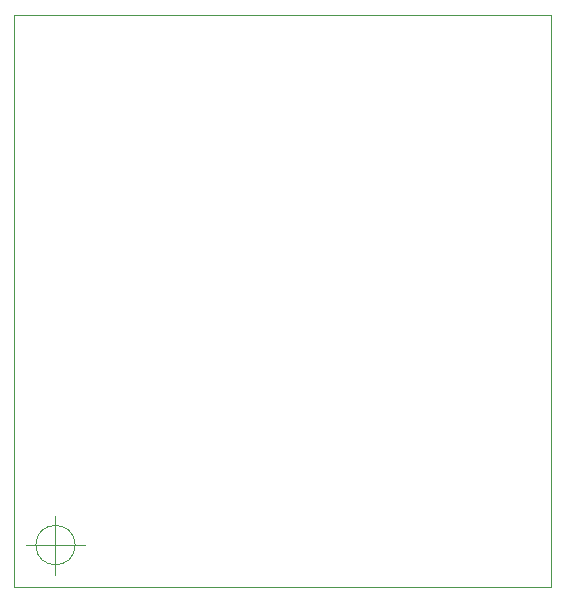
<source format=gbr>
%TF.GenerationSoftware,KiCad,Pcbnew,5.1.10-88a1d61d58~90~ubuntu20.04.1*%
%TF.CreationDate,2022-01-16T22:12:24+00:00*%
%TF.ProjectId,level_shifter,6c657665-6c5f-4736-9869-667465722e6b,rev?*%
%TF.SameCoordinates,Original*%
%TF.FileFunction,Profile,NP*%
%FSLAX46Y46*%
G04 Gerber Fmt 4.6, Leading zero omitted, Abs format (unit mm)*
G04 Created by KiCad (PCBNEW 5.1.10-88a1d61d58~90~ubuntu20.04.1) date 2022-01-16 22:12:24*
%MOMM*%
%LPD*%
G01*
G04 APERTURE LIST*
%TA.AperFunction,Profile*%
%ADD10C,0.050000*%
%TD*%
G04 APERTURE END LIST*
D10*
X114696666Y-105918000D02*
G75*
G03*
X114696666Y-105918000I-1666666J0D01*
G01*
X110530000Y-105918000D02*
X115530000Y-105918000D01*
X113030000Y-103418000D02*
X113030000Y-108418000D01*
X155000000Y-61000000D02*
X109500000Y-61000000D01*
X109500000Y-109500000D02*
X109500000Y-61000000D01*
X155000000Y-109500000D02*
X109500000Y-109500000D01*
X155000000Y-61000000D02*
X155000000Y-109500000D01*
M02*

</source>
